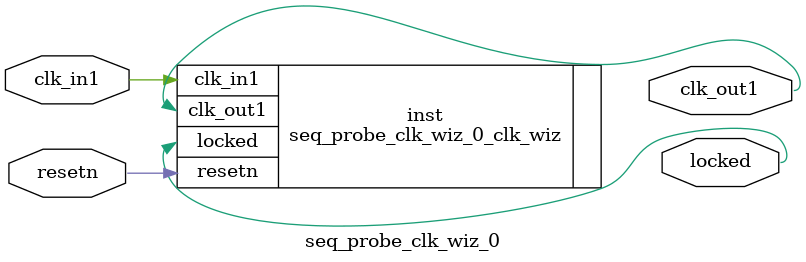
<source format=v>


`timescale 1ps/1ps

(* CORE_GENERATION_INFO = "seq_probe_clk_wiz_0,clk_wiz_v6_0_12_0_0,{component_name=seq_probe_clk_wiz_0,use_phase_alignment=true,use_min_o_jitter=false,use_max_i_jitter=false,use_dyn_phase_shift=false,use_inclk_switchover=false,use_dyn_reconfig=false,enable_axi=0,feedback_source=FDBK_AUTO,PRIMITIVE=PLL,num_out_clk=1,clkin1_period=10.000,clkin2_period=10.000,use_power_down=false,use_reset=true,use_locked=true,use_inclk_stopped=false,feedback_type=SINGLE,CLOCK_MGR_TYPE=NA,manual_override=false}" *)

module seq_probe_clk_wiz_0 
 (
  // Clock out ports
  output        clk_out1,
  // Status and control signals
  input         resetn,
  output        locked,
 // Clock in ports
  input         clk_in1
 );

  seq_probe_clk_wiz_0_clk_wiz inst
  (
  // Clock out ports  
  .clk_out1(clk_out1),
  // Status and control signals               
  .resetn(resetn), 
  .locked(locked),
 // Clock in ports
  .clk_in1(clk_in1)
  );

endmodule

</source>
